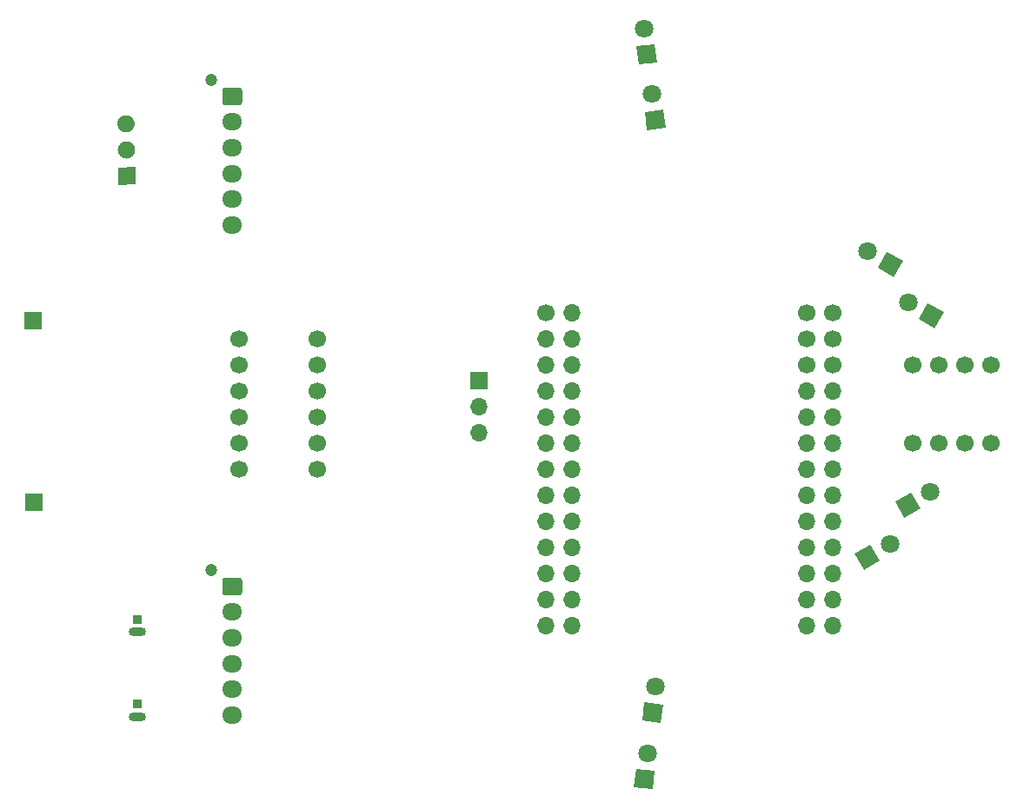
<source format=gbr>
%TF.GenerationSoftware,KiCad,Pcbnew,5.1.10*%
%TF.CreationDate,2021-10-31T20:18:17+09:00*%
%TF.ProjectId,ZeroPCB,5a65726f-5043-4422-9e6b-696361645f70,rev?*%
%TF.SameCoordinates,Original*%
%TF.FileFunction,Soldermask,Bot*%
%TF.FilePolarity,Negative*%
%FSLAX46Y46*%
G04 Gerber Fmt 4.6, Leading zero omitted, Abs format (unit mm)*
G04 Created by KiCad (PCBNEW 5.1.10) date 2021-10-31 20:18:17*
%MOMM*%
%LPD*%
G01*
G04 APERTURE LIST*
%ADD10R,0.850000X0.850000*%
%ADD11O,1.700000X0.850000*%
%ADD12C,1.800000*%
%ADD13C,0.100000*%
%ADD14R,1.700000X1.700000*%
%ADD15O,1.700000X1.700000*%
%ADD16C,1.200000*%
%ADD17O,1.950000X1.700000*%
%ADD18C,1.700000*%
G04 APERTURE END LIST*
D10*
%TO.C,J1*%
X110734000Y-114991000D03*
D11*
X110734000Y-116241000D03*
%TD*%
%TO.C,J2*%
X110734000Y-124491000D03*
D10*
X110734000Y-123241000D03*
%TD*%
D12*
%TO.C,D5*%
X184033705Y-107671000D03*
D13*
G36*
X181504577Y-110170423D02*
G01*
X180604577Y-108611577D01*
X182163423Y-107711577D01*
X183063423Y-109270423D01*
X181504577Y-110170423D01*
G37*
%TD*%
%TO.C,D8*%
G36*
X189313423Y-85062077D02*
G01*
X188413423Y-86620923D01*
X186854577Y-85720923D01*
X187754577Y-84162077D01*
X189313423Y-85062077D01*
G37*
D12*
X185884295Y-84121500D03*
%TD*%
%TO.C,D2*%
X160874452Y-63820433D03*
D13*
G36*
X162186974Y-67125109D02*
G01*
X160400391Y-67344474D01*
X160181026Y-65557891D01*
X161967609Y-65338526D01*
X162186974Y-67125109D01*
G37*
%TD*%
%TO.C,D3*%
G36*
X161717609Y-125093974D02*
G01*
X159931026Y-124874609D01*
X160150391Y-123088026D01*
X161936974Y-123307391D01*
X161717609Y-125093974D01*
G37*
D12*
X161243548Y-121569933D03*
%TD*%
D13*
%TO.C,D4*%
G36*
X185313423Y-80061977D02*
G01*
X184413423Y-81620823D01*
X182854577Y-80720823D01*
X183754577Y-79161977D01*
X185313423Y-80061977D01*
G37*
D12*
X181884295Y-79121400D03*
%TD*%
D13*
%TO.C,D6*%
G36*
X161386974Y-60725009D02*
G01*
X159600391Y-60944374D01*
X159381026Y-59157791D01*
X161167609Y-58938426D01*
X161386974Y-60725009D01*
G37*
D12*
X160074452Y-57420333D03*
%TD*%
%TO.C,D7*%
X160443548Y-128019933D03*
D13*
G36*
X160917609Y-131543974D02*
G01*
X159131026Y-131324609D01*
X159350391Y-129538026D01*
X161136974Y-129757391D01*
X160917609Y-131543974D01*
G37*
%TD*%
D12*
%TO.C,D9*%
X187983705Y-102571000D03*
D13*
G36*
X185454577Y-105070423D02*
G01*
X184554577Y-103511577D01*
X186113423Y-102611577D01*
X187013423Y-104170423D01*
X185454577Y-105070423D01*
G37*
%TD*%
D14*
%TO.C,J3*%
X144000000Y-91750000D03*
D15*
X144000000Y-94290000D03*
X144000000Y-96830000D03*
%TD*%
D16*
%TO.C,J4*%
X117984000Y-62441500D03*
D17*
X119984000Y-76541500D03*
X119984000Y-74041500D03*
X119984000Y-71541500D03*
X119984000Y-69041500D03*
X119984000Y-66541500D03*
G36*
G01*
X119259000Y-63191500D02*
X120709000Y-63191500D01*
G75*
G02*
X120959000Y-63441500I0J-250000D01*
G01*
X120959000Y-64641500D01*
G75*
G02*
X120709000Y-64891500I-250000J0D01*
G01*
X119259000Y-64891500D01*
G75*
G02*
X119009000Y-64641500I0J250000D01*
G01*
X119009000Y-63441500D01*
G75*
G02*
X119259000Y-63191500I250000J0D01*
G01*
G37*
%TD*%
%TO.C,J5*%
G36*
G01*
X119259000Y-110941000D02*
X120709000Y-110941000D01*
G75*
G02*
X120959000Y-111191000I0J-250000D01*
G01*
X120959000Y-112391000D01*
G75*
G02*
X120709000Y-112641000I-250000J0D01*
G01*
X119259000Y-112641000D01*
G75*
G02*
X119009000Y-112391000I0J250000D01*
G01*
X119009000Y-111191000D01*
G75*
G02*
X119259000Y-110941000I250000J0D01*
G01*
G37*
X119984000Y-114291000D03*
X119984000Y-116791000D03*
X119984000Y-119291000D03*
X119984000Y-121791000D03*
X119984000Y-124291000D03*
D16*
X117984000Y-110191000D03*
%TD*%
D13*
%TO.C,SW1*%
G36*
X110569036Y-70926795D02*
G01*
X110598705Y-72626536D01*
X108898964Y-72656205D01*
X108869295Y-70956464D01*
X110569036Y-70926795D01*
G37*
G36*
G01*
X110539542Y-69237052D02*
X110539542Y-69237052D01*
G75*
G02*
X109704506Y-70101758I-849871J-14835D01*
G01*
X109704506Y-70101758D01*
G75*
G02*
X108839800Y-69266722I-14835J849871D01*
G01*
X108839800Y-69266722D01*
G75*
G02*
X109674836Y-68402016I849871J14835D01*
G01*
X109674836Y-68402016D01*
G75*
G02*
X110539542Y-69237052I14835J-849871D01*
G01*
G37*
G36*
G01*
X110495213Y-66697439D02*
X110495213Y-66697439D01*
G75*
G02*
X109660177Y-67562145I-849871J-14835D01*
G01*
X109660177Y-67562145D01*
G75*
G02*
X108795471Y-66727109I-14835J849871D01*
G01*
X108795471Y-66727109D01*
G75*
G02*
X109630507Y-65862403I849871J14835D01*
G01*
X109630507Y-65862403D01*
G75*
G02*
X110495213Y-66697439I14835J-849871D01*
G01*
G37*
%TD*%
D18*
%TO.C,J6*%
X193895000Y-97867500D03*
X191355000Y-97867500D03*
X188815000Y-97867500D03*
X186275000Y-97867500D03*
X186275000Y-90247500D03*
X188815000Y-90247500D03*
X191355000Y-90247500D03*
X193895000Y-90247500D03*
%TD*%
%TO.C,J8*%
X120674000Y-87707500D03*
X120674000Y-90247500D03*
X120674000Y-92787500D03*
X120674000Y-95327500D03*
X120674000Y-97867500D03*
X120674000Y-100407500D03*
X128294000Y-100407500D03*
X128294000Y-97867500D03*
X128294000Y-95327500D03*
X128294000Y-92787500D03*
X128294000Y-90247500D03*
X128294000Y-87707500D03*
%TD*%
D15*
%TO.C,J7*%
X175934000Y-92787400D03*
X178474000Y-92787400D03*
X175934000Y-95327400D03*
X178474000Y-95327400D03*
X175934000Y-97867400D03*
X178474000Y-97867400D03*
X175934000Y-100407400D03*
X178474000Y-100407400D03*
X175934000Y-102947400D03*
X178474000Y-102947400D03*
X175934000Y-105487400D03*
X178474000Y-105487400D03*
X175934000Y-108027400D03*
X178474000Y-108027400D03*
X175934000Y-110567400D03*
X178474000Y-110567400D03*
X175934000Y-113107400D03*
X178474000Y-113107400D03*
X175934000Y-115647400D03*
X178474000Y-115647400D03*
X153074000Y-115647400D03*
X150534000Y-115647400D03*
X153074000Y-113107400D03*
X150534000Y-113107400D03*
X153074000Y-110567400D03*
X150534000Y-110567400D03*
X153074000Y-108027400D03*
X150534000Y-108027400D03*
X153074000Y-105487400D03*
X150534000Y-105487400D03*
X153074000Y-102947400D03*
X150534000Y-102947400D03*
X153074000Y-100407400D03*
X150534000Y-100407400D03*
X153074000Y-97867400D03*
X150534000Y-97867400D03*
X153074000Y-95327400D03*
X150534000Y-95327400D03*
X153074000Y-92787400D03*
X150534000Y-92787400D03*
X153074000Y-90247400D03*
X150534000Y-90247400D03*
X153074000Y-87707400D03*
X150534000Y-87707400D03*
X153074000Y-85167400D03*
D18*
X150534000Y-85167400D03*
X178474000Y-90247400D03*
X175934000Y-90247400D03*
X178474000Y-87707400D03*
X175934000Y-87707400D03*
X178474000Y-85167400D03*
X175934000Y-85167400D03*
%TD*%
D14*
%TO.C,J9*%
X100600000Y-85850000D03*
%TD*%
%TO.C,J12*%
X100650000Y-103600000D03*
%TD*%
M02*

</source>
